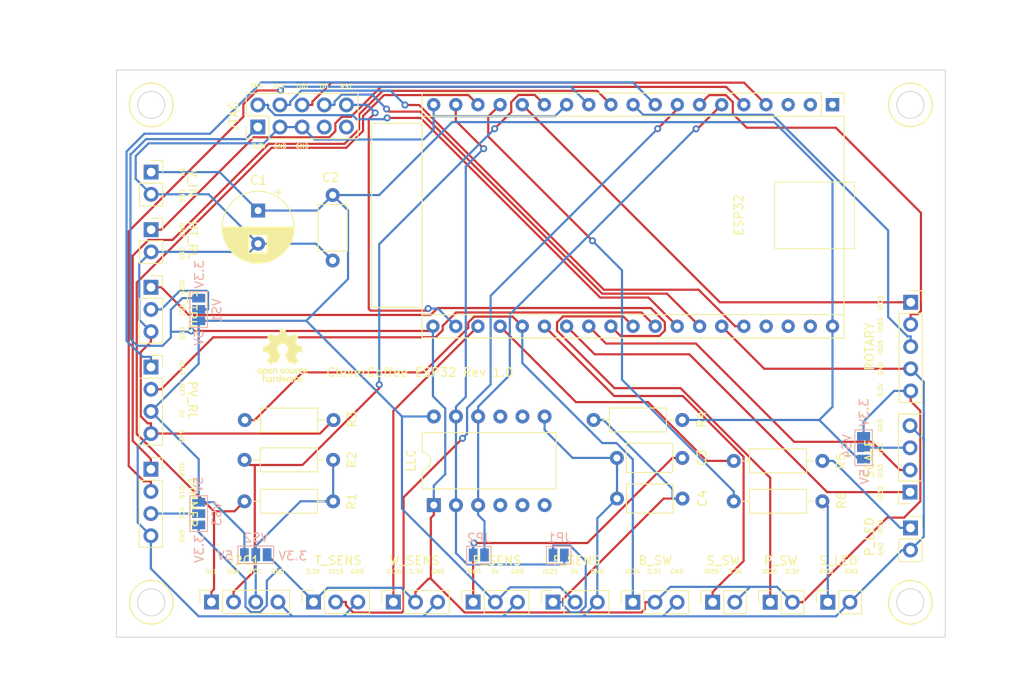
<source format=kicad_pcb>
(kicad_pcb (version 20211014) (generator pcbnew)
  (layers (0 "F.Cu" signal) (31 "B.Cu" signal) (34 "B.Paste" user) (35 "F.Paste" user) (36 "B.SilkS" user "B.Silkscreen") (37 "F.SilkS" user "F.Silkscreen") (38 "B.Mask" user) (39 "F.Mask" user) (44 "Edge.Cuts" user))
  (net 0 "")
  (net 1 "IO16")
  (net 2 "+3V3")
  (net 3 "GND")
  (net 7 "TDO")
  (net 8 "IO2")
  (net 9 "IO34")
  (net 10 "IO4")
  (net 11 "IO0")
  (net 12 "IO17")
  (net 13 "IO5")
  (net 14 "IO19")
  (net 15 "SDA")
  (net 16 "IO18")
  (net 17 "IO3")
  (net 18 "SCL")
  (net 19 "IO36")
  (net 20 "RST")
  (net 21 "IO1")
  (net 22 "IO39")
  (net 23 "IO35")
  (net 24 "IO25")
  (net 25 "IO26")
  (net 26 "IO27")
  (net 27 "TMS")
  (net 28 "TDI")
  (net 29 "TCK")
  (net 33 "+5V")
  (net 34 "Net-(I2C1-Pad3)")
  (net 37 "IO23")
  (net 38 "IO32")
  (net 39 "IO33")
  (net 40 "Net-(E_TRIG1-Pad2)")
  (net 41 "P_SENS")
  (net 42 "F_SENS")
  (net 48 "Net-(P_LED1-Pad1)")
  (net 49 "Net-(S_LED1-Pad1)")
  (net 50 "Net-(SCALE1-Pad3)")
  (net 51 "Net-(VS3-Pad2)")
  (footprint "Connector_PinSocket_2.54mm:PinSocket_1x02_P2.54mm_Vertical" (layer "F.Cu") (at 103.78 93.3)
    (fp_text reference "HT_RL")
    (fp_text value "Conn_01x02")
  )
  (footprint "Connector_PinSocket_2.54mm:PinSocket_1x02_P2.54mm_Vertical" (layer "F.Cu") (at 174.74 136 90)
    (fp_text reference "P_SW")
    (fp_text value "Conn_01x02")
  )
  (footprint "Connector_PinSocket_2.54mm:PinSocket_1x04_P2.54mm_Vertical" (layer "F.Cu") (at 103.76 109.05)
    (fp_text reference "PV_RL")
    (fp_text value "Conn_01x04")
  )
  (footprint "Capacitor_THT:C_Axial_L5.1mm_D3.1mm_P7.50mm_Horizontal" (layer "F.Cu") (at 124.59 89.33 -90)
    (fp_text reference "C2")
    (fp_text value "100 nF")
  )
  (footprint "Connector_PinSocket_2.54mm:PinSocket_1x03_P2.54mm_Vertical" (layer "F.Cu") (at 103.76 99.9)
    (fp_text reference "E_TRIG")
    (fp_text value "Conn_01x03")
  )
  (footprint "Connector_PinSocket_2.54mm:PinSocket_1x04_P2.54mm_Vertical" (layer "F.Cu") (at 190.77 123.38 180)
    (fp_text reference "SCALE")
    (fp_text value "Conn_01x04")
  )
  (footprint "Capacitor_THT:C_Axial_L5.1mm_D3.1mm_P7.50mm_Horizontal" (layer "F.Cu") (at 157.16 119.46)
    (fp_text reference "C3")
    (fp_text value "100 nF")
  )
  (footprint "Resistor_THT:R_Axial_DIN0207_L6.3mm_D2.5mm_P10.16mm_Horizontal" (layer "F.Cu") (at 114.48 124.43)
    (fp_text reference "R1")
    (fp_text value "4K7 Ω")
  )
  (footprint "Connector_PinSocket_2.54mm:PinSocket_1x03_P2.54mm_Vertical" (layer "F.Cu") (at 122.39 135.97 90)
    (fp_text reference "T_SENS")
    (fp_text value "Conn_01x03")
  )
  (footprint "Connector_PinSocket_2.54mm:PinSocket_1x05_P2.54mm_Vertical" (layer "F.Cu") (at 190.84 101.62)
    (fp_text reference "ROTARY")
    (fp_text value "Conn_01x05")
  )
  (footprint "Connector_PinSocket_2.54mm:PinSocket_1x03_P2.54mm_Vertical" (layer "F.Cu") (at 149.84 135.99 90)
    (fp_text reference "F_SENS")
    (fp_text value "Conn_01x03")
  )
  (footprint "Symbol:OSHW-Logo_5.7x6mm_SilkScreen" (layer "F.Cu") (at 118.86 107.76)
    (fp_text reference "REF**" hide)
    (fp_text value "OSHW-Logo_5.7x6mm_SilkScreen" hide)
  )
  (footprint "Resistor_THT:R_Axial_DIN0207_L6.3mm_D2.5mm_P10.16mm_Horizontal" (layer "F.Cu") (at 180.72 119.8 180)
    (fp_text reference "R5")
    (fp_text value "220 Ω")
  )
  (footprint "Resistor_THT:R_Axial_DIN0207_L6.3mm_D2.5mm_P10.16mm_Horizontal" (layer "F.Cu") (at 124.68 115.12 180)
    (fp_text reference "R3")
    (fp_text value "51K Ω")
  )
  (footprint "Connector_PinSocket_2.54mm:PinSocket_1x02_P2.54mm_Vertical" (layer "F.Cu") (at 168.14 136 90)
    (fp_text reference "S_SW")
    (fp_text value "Conn_01x02")
  )
  (footprint "Connector_PinSocket_2.54mm:PinSocket_1x03_P2.54mm_Vertical" (layer "F.Cu") (at 131.54 135.98 90)
    (fp_text reference "W_SENS")
    (fp_text value "Conn_01x03")
  )
  (footprint "Connector_PinSocket_2.54mm:PinSocket_1x02_P2.54mm_Vertical" (layer "F.Cu") (at 103.78 86.7)
    (fp_text reference "V_IN")
    (fp_text value "Conn_01x02")
  )
  (footprint "Connector_PinSocket_2.54mm:PinSocket_1x03_P2.54mm_Vertical" (layer "F.Cu") (at 158.99 136 90)
    (fp_text reference "B_SW")
    (fp_text value "Conn_01x03")
  )
  (footprint "Connector_PinSocket_2.54mm:PinSocket_1x02_P2.54mm_Vertical" (layer "F.Cu") (at 190.815 127.48)
    (fp_text reference "P_LED")
    (fp_text value "Conn_01x02")
  )
  (footprint "Connector_PinSocket_2.54mm:PinSocket_1x02_P2.54mm_Vertical" (layer "F.Cu") (at 181.34 136 90)
    (fp_text reference "S_LED")
    (fp_text value "Conn_01x02")
  )
  (footprint "Package_DIP:DIP-12_W10.16mm" (layer "F.Cu") (at 136.18 124.87 90)
    (fp_text reference "LLC")
    (fp_text value "TXB0104D_DIP")
  )
  (footprint "Module:NodeMCU DevKitC v4" (layer "F.Cu") (at 181.88 78.9675 -90)
    (fp_text reference "ESP32")
    (fp_text value "NodeMCU_DevKitC_v4")
  )
  (footprint "Connector_PinSocket_2.54mm:PinSocket_1x03_P2.54mm_Vertical" (layer "F.Cu") (at 140.69 135.985 90)
    (fp_text reference "P_SENS")
    (fp_text value "Conn_01x03")
  )
  (footprint "Resistor_THT:R_Axial_DIN0207_L6.3mm_D2.5mm_P10.16mm_Horizontal" (layer "F.Cu") (at 164.66 115.11 180)
    (fp_text reference "R4")
    (fp_text value "4K7 Ω")
  )
  (footprint "Connector_PinSocket_2.54mm:PinSocket_1x04_P2.54mm_Vertical" (layer "F.Cu") (at 103.75 120.76)
    (fp_text reference "DIMMER")
    (fp_text value "Conn_01x04")
  )
  (footprint "Capacitor_THT:CP_Radial_D8.0mm_P3.80mm" (layer "F.Cu") (at 116.04 91.1073 -90)
    (fp_text reference "C1")
    (fp_text value "220 μF")
  )
  (footprint "Connector_PinHeader_2.54mm:PinHeader_2x05_P2.54mm_Vertical" (layer "F.Cu") (at 116.005 81.535 90)
    (fp_text reference "JTAG")
    (fp_text value "Conn_ARM_JTAG_SWD_10")
  )
  (footprint "Capacitor_THT:C_Axial_L5.1mm_D3.1mm_P7.50mm_Horizontal" (layer "F.Cu") (at 157.18 124.12)
    (fp_text reference "C4")
    (fp_text value "100 nF")
  )
  (footprint "Resistor_THT:R_Axial_DIN0207_L6.3mm_D2.5mm_P10.16mm_Horizontal" (layer "F.Cu") (at 180.72 124.43 180)
    (fp_text reference "R6")
    (fp_text value "220 Ω")
  )
  (footprint "Connector_PinSocket_2.54mm:PinSocket_1x04_P2.54mm_Vertical" (layer "F.Cu") (at 110.69 135.97 90)
    (fp_text reference "I2C1")
    (fp_text value "Conn_01x04")
  )
  (footprint "Resistor_THT:R_Axial_DIN0207_L6.3mm_D2.5mm_P10.16mm_Horizontal" (layer "F.Cu") (at 114.48 119.68)
    (fp_text reference "R2")
    (fp_text value "4K7 Ω")
  )
  (footprint "Jumper:SolderJumper-3_P1.3mm_Open_Pad1.0x1.5mm_NumberLabels" (layer "B.Cu") (at 109.23 125.84 90)
    (fp_text reference "VS3")
    (fp_text value "Voltage Jumper")
  )
  (footprint "Jumper:SolderJumper-3_P1.3mm_Open_Pad1.0x1.5mm_NumberLabels" (layer "B.Cu") (at 115.77 130.56 180)
    (fp_text reference "VS2")
    (fp_text value "Voltage Jumper")
  )
  (footprint "Jumper:SolderJumper-3_P1.3mm_Open_Pad1.0x1.5mm_NumberLabels" (layer "B.Cu") (at 185.44 118.29 -90)
    (fp_text reference "VS4")
    (fp_text value "Voltage Jumper")
  )
  (footprint "Jumper:SolderJumper-3_P1.3mm_Open_Pad1.0x1.5mm_NumberLabels" (layer "B.Cu") (at 109.23 102.44 -90)
    (fp_text reference "VS1")
    (fp_text value "Voltage Jumper")
  )
  (footprint "Jumper:SolderJumper-2_P1.3mm_Open_Pad1.0x1.5mm" (layer "B.Cu") (at 150.49 130.6)
    (fp_text reference "JP1")
    (fp_text value "SolderJumper_2_Open")
  )
  (footprint "Jumper:SolderJumper-2_P1.3mm_Open_Pad1.0x1.5mm" (layer "B.Cu") (at 141.34 130.59)
    (fp_text reference "JP2")
    (fp_text value "SolderJumper_2_Open")
  )
  (gr_circle (center 190.8 136.01) (end 190.8 133.51) (layer "F.SilkS") (width 0.15) (fill none))
  (gr_circle (center 103.79 79) (end 103.79 76.5) (layer "F.SilkS") (width 0.15) (fill none))
  (gr_circle (center 103.8 136) (end 103.8 133.5) (layer "F.SilkS") (width 0.15) (fill none))
  (gr_circle (center 190.81 78.99) (end 190.81 76.49) (layer "F.SilkS") (width 0.15) (fill none))
  (gr_circle (center 103.79 79) (end 105.34 79) (layer "Edge.Cuts") (width 0.1) (fill none))
  (gr_circle (center 190.8 136) (end 192.35 136) (layer "Edge.Cuts") (width 0.1) (fill none))
  (gr_rect (start 99.8 74.99) (end 194.8 140) (layer "Edge.Cuts") (width 0.1) (fill none))
  (gr_circle (center 190.81 78.99) (end 192.36 78.99) (layer "Edge.Cuts") (width 0.1) (fill none))
  (gr_circle (center 103.79 136.01) (end 105.34 136.01) (layer "Edge.Cuts") (width 0.1) (fill none))
  (gr_text "IO00\n\n" (at 140.72 132.88) (layer "F.SilkS") (effects (font (size 0.5 0.5) (thickness 0.1))))
  (gr_text "RST" (at 126.13 76.88) (layer "F.SilkS") (effects (font (size 0.5 0.5) (thickness 0.1))))
  (gr_text "GND" (at 145.78 132.49) (layer "F.SilkS") (effects (font (size 0.5 0.5) (thickness 0.1))))
  (gr_text "GND" (at 107.3 105.17 270) (layer "F.SilkS") (effects (font (size 0.5 0.5) (thickness 0.1))))
  (gr_text "IO27" (at 107.3 111.53 270) (layer "F.SilkS") (effects (font (size 0.5 0.5) (thickness 0.1))))
  (gr_text "3.3V\n" (at 161.43 132.49) (layer "F.SilkS") (effects (font (size 0.5 0.5) (thickness 0.1))))
  (gr_text "5V" (at 143.19 132.48) (layer "F.SilkS") (effects (font (size 0.5 0.5) (thickness 0.1))))
  (gr_text "IO25" (at 107.3 99.9 270) (layer "F.SilkS") (effects (font (size 0.5 0.5) (thickness 0.1))))
  (gr_text "3.3V\n" (at 170.7 132.48) (layer "F.SilkS") (effects (font (size 0.5 0.5) (thickness 0.1))))
  (gr_text "VCC" (at 187.38 118.4 90) (layer "F.SilkS") (effects (font (size 0.5 0.5) (thickness 0.1))))
  (gr_text "GND" (at 187.37 115.74 90) (layer "F.SilkS") (effects (font (size 0.5 0.5) (thickness 0.1))))
  (gr_text "GND" (at 187.39 109.24 90) (layer "F.SilkS") (effects (font (size 0.5 0.5) (thickness 0.1))))
  (gr_text "IO01\n" (at 181.23 132.49) (layer "F.SilkS") (effects (font (size 0.5 0.5) (thickness 0.1))))
  (gr_text "3.3V\n" (at 122.31 132.48) (layer "F.SilkS") (effects (font (size 0.5 0.5) (thickness 0.1))))
  (gr_text "GND" (at 107.31 89.41 270) (layer "F.SilkS") (effects (font (size 0.5 0.5) (thickness 0.1))))
  (gr_text "IO18" (at 107.29 120.75 270) (layer "F.SilkS") (effects (font (size 0.5 0.5) (thickness 0.1))))
  (gr_text "CleverCoffee ESP32 Rev 1.0" (at 134.57 109.66) (layer "F.SilkS") (effects (font (size 1 1))))
  (gr_text "IO26\n" (at 174.66 132.49) (layer "F.SilkS") (effects (font (size 0.5 0.5) (thickness 0.1))))
  (gr_text "3.3V\n" (at 187.39 111.7 90) (layer "F.SilkS") (effects (font (size 0.5 0.5) (thickness 0.1))))
  (gr_text "IO05\n" (at 187.39 106.78 90) (layer "F.SilkS") (effects (font (size 0.5 0.5) (thickness 0.1))))
  (gr_text "IO03" (at 187.39 101.71 90) (layer "F.SilkS") (effects (font (size 0.5 0.5) (thickness 0.1))))
  (gr_text "GND" (at 187.39 129.92 90) (layer "F.SilkS") (effects (font (size 0.5 0.5) (thickness 0.1))))
  (gr_text "GND" (at 107.27 116.97 270) (layer "F.SilkS") (effects (font (size 0.5 0.5) (thickness 0.1))))
  (gr_text "3.3V\n" (at 134.12 132.49) (layer "F.SilkS") (effects (font (size 0.5 0.5) (thickness 0.1))))
  (gr_text "TCK" (at 118.48 76.86) (layer "F.SilkS") (effects (font (size 0.5 0.5) (thickness 0.1))))
  (gr_text "IO16\n" (at 125 132.49) (layer "F.SilkS") (effects (font (size 0.5 0.5) (thickness 0.1))))
  (gr_text "SCL\n" (at 110.69 132.49) (layer "F.SilkS") (effects (font (size 0.5 0.5) (thickness 0.1))))
  (gr_text "IO04" (at 187.39 104.18 90) (layer "F.SilkS") (effects (font (size 0.5 0.5) (thickness 0.1))))
  (gr_text "GND" (at 184.02 132.48) (layer "F.SilkS") (effects (font (size 0.5 0.5) (thickness 0.1))))
  (gr_text "GND" (at 118.27 132.48) (layer "F.SilkS") (effects (font (size 0.5 0.5) (thickness 0.1))))
  (gr_text "IO33" (at 187.39 121.01 90) (layer "F.SilkS") (effects (font (size 0.5 0.5) (thickness 0.1))))
  (gr_text "IO34\n" (at 158.98 132.49) (layer "F.SilkS") (effects (font (size 0.5 0.5) (thickness 0.1))))
  (gr_text "GND" (at 136.65 132.49) (layer "F.SilkS") (effects (font (size 0.5 0.5) (thickness 0.1))))
  (gr_text "VCC" (at 107.3 102.56 270) (layer "F.SilkS") (effects (font (size 0.5 0.5) (thickness 0.1))))
  (gr_text "VCC" (at 115.74 132.48) (layer "F.SilkS") (effects (font (size 0.5 0.5) (thickness 0.1))))
  (gr_text "GND" (at 164.07 132.49) (layer "F.SilkS") (effects (font (size 0.5 0.5) (thickness 0.1))))
  (gr_text "TDI" (at 123.57 76.86) (layer "F.SilkS") (effects (font (size 0.5 0.5) (thickness 0.1))))
  (gr_text "SDA" (at 113.16 132.49) (layer "F.SilkS") (effects (font (size 0.5 0.5) (thickness 0.1))))
  (gr_text "IO17" (at 107.29 109.12 270) (layer "F.SilkS") (effects (font (size 0.5 0.5) (thickness 0.1))))
  (gr_text "IO02" (at 107.3 93.31 270) (layer "F.SilkS") (effects (font (size 0.5 0.5) (thickness 0.1))))
  (gr_text "GND" (at 107.28 128.4 270) (layer "F.SilkS") (effects (font (size 0.5 0.5) (thickness 0.1))))
  (gr_text "IO35\n" (at 168.02 132.48) (layer "F.SilkS") (effects (font (size 0.5 0.5) (thickness 0.1))))
  (gr_text "IO32" (at 187.38 123.5 90) (layer "F.SilkS") (effects (font (size 0.5 0.5) (thickness 0.1))))
  (gr_text "GND" (at 154.93 132.49) (layer "F.SilkS") (effects (font (size 0.5 0.5) (thickness 0.1))))
  (gr_text "GND" (at 127.42 132.49) (layer "F.SilkS") (effects (font (size 0.5 0.5) (thickness 0.1))))
  (gr_text "GND" (at 107.29 96.03 270) (layer "F.SilkS") (effects (font (size 0.5 0.5) (thickness 0.1))))
  (gr_text "3.3V\n" (at 177.26 132.49) (layer "F.SilkS") (effects (font (size 0.5 0.5) (thickness 0.1))))
  (gr_text "IO19\n" (at 107.29 123.28 270) (layer "F.SilkS") (effects (font (size 0.5 0.5) (thickness 0.1))))
  (gr_text "5V" (at 152.31 132.48) (layer "F.SilkS") (effects (font (size 0.5 0.5) (thickness 0.1))))
  (gr_text "TDO" (at 121.06 76.86) (layer "F.SilkS") (effects (font (size 0.5 0.5) (thickness 0.1))))
  (gr_text "TMS" (at 115.9 76.83) (layer "F.SilkS") (effects (font (size 0.5 0.5) (thickness 0.1))))
  (gr_text "IO36\n\n" (at 131.6 132.89) (layer "F.SilkS") (effects (font (size 0.5 0.5) (thickness 0.1))))
  (gr_text "IO39\n" (at 187.39 127.42 90) (layer "F.SilkS") (effects (font (size 0.5 0.5) (thickness 0.1))))
  (gr_text "5V" (at 107.27 114.39 270) (layer "F.SilkS") (effects (font (size 0.5 0.5) (thickness 0.1))))
  (gr_text "GND" (at 121.11 83.72) (layer "F.SilkS") (effects (font (size 0.5 0.5) (thickness 0.1))))
  (gr_text "VCC" (at 107.28 125.8 270) (layer "F.SilkS") (effects (font (size 0.5 0.5) (thickness 0.1))))
  (gr_text "3.3V\n" (at 116.13 83.72) (layer "F.SilkS") (effects (font (size 0.5 0.5) (thickness 0.1))))
  (gr_text "GND" (at 118.57 83.72) (layer "F.SilkS") (effects (font (size 0.5 0.5) (thickness 0.1))))
  (gr_text "5V" (at 107.31 86.67 270) (layer "F.SilkS") (effects (font (size 0.5 0.5) (thickness 0.1))))
  (gr_text "IO23\n" (at 149.51 132.48) (layer "F.SilkS") (effects (font (size 0.5 0.5) (thickness 0.1))))
  (segment (start 132.7154 123.9747) (end 139.4762 117.2139) (width 0.25) (layer "F.Cu") (net 1))
  (segment (start 126.9585 137.1905) (end 132.4994 137.1905) (width 0.25) (layer "F.Cu") (net 1))
  (segment (start 132.4994 137.1905) (end 132.7154 136.9745) (width 0.25) (layer "F.Cu") (net 1))
  (segment (start 126.1053 135.97) (end 126.1053 136.3373) (width 0.25) (layer "F.Cu") (net 1))
  (segment (start 124.93 135.97) (end 126.1053 135.97) (width 0.25) (layer "F.Cu") (net 1))
  (segment (start 164.1 78.9675) (end 164.1 79.4645) (width 0.25) (layer "F.Cu") (net 1))
  (segment (start 164.1 79.4645) (end 161.8388 81.7257) (width 0.25) (layer "F.Cu") (net 1))
  (segment (start 126.1053 136.3373) (end 126.9585 137.1905) (width 0.25) (layer "F.Cu") (net 1))
  (segment (start 132.7154 136.9745) (end 132.7154 123.9747) (width 0.25) (layer "F.Cu") (net 1))
  (via (at 139.4762 117.2139) (size 0.8) (drill 0.4) (layers "F.Cu" "B.Cu") (net 1))
  (via (at 161.8388 81.7257) (size 0.8) (drill 0.4) (layers "F.Cu" "B.Cu") (net 1))
  (segment (start 139.99 113.7402) (end 139.99 116.7001) (width 0.25) (layer "B.Cu") (net 1))
  (segment (start 139.99 116.7001) (end 139.4762 117.2139) (width 0.25) (layer "B.Cu") (net 1))
  (segment (start 161.8388 81.7257) (end 142.6926 100.8719) (width 0.25) (layer "B.Cu") (net 1))
  (segment (start 142.6926 111.0376) (end 139.99 113.7402) (width 0.25) (layer "B.Cu") (net 1))
  (segment (start 142.6926 100.8719) (end 142.6926 111.0376) (width 0.25) (layer "B.Cu") (net 1))
  (segment (start 191.9485 124.4378) (end 191.9485 114.0638) (width 0.25) (layer "F.Cu") (net 2))
  (segment (start 135.8374 133.301) (end 135.5837 133.301) (width 0.25) (layer "F.Cu") (net 2))
  (segment (start 136.18 124.87) (end 136.18 125.9953) (width 0.25) (layer "F.Cu") (net 2))
  (segment (start 188.1507 126.3046) (end 190.0817 126.3046) (width 0.25) (layer "F.Cu") (net 2))
  (segment (start 135.8374 126.3379) (end 136.18 125.9953) (width 0.25) (layer "F.Cu") (net 2))
  (segment (start 139.7118 137.1754) (end 135.8374 133.301) (width 0.25) (layer "F.Cu") (net 2))
  (segment (start 160.3547 136) (end 160.3547 136.808) (width 0.25) (layer "F.Cu") (net 2))
  (segment (start 135.5837 133.301) (end 134.08 134.8047) (width 0.25) (layer "F.Cu") (net 2))
  (segment (start 159.9873 137.1754) (end 139.7118 137.1754) (width 0.25) (layer "F.Cu") (net 2))
  (segment (start 108.3692 104.9084) (end 135.5391 104.9084) (width 0.25) (layer "F.Cu") (net 2))
  (segment (start 135.5391 104.9084) (end 136.08 104.3675) (width 0.25) (layer "F.Cu") (net 2))
  (segment (start 135.8374 133.301) (end 135.8374 126.3379) (width 0.25) (layer "F.Cu") (net 2))
  (segment (start 190.84 111.78) (end 190.84 112.9553) (width 0.25) (layer "F.Cu") (net 2))
  (segment (start 134.08 135.98) (end 134.08 134.8047) (width 0.25) (layer "F.Cu") (net 2))
  (segment (start 161.53 136) (end 160.3547 136) (width 0.25) (layer "F.Cu") (net 2))
  (segment (start 190.0817 126.3046) (end 191.9485 124.4378) (width 0.25) (layer "F.Cu") (net 2))
  (segment (start 160.3547 136.808) (end 159.9873 137.1754) (width 0.25) (layer "F.Cu") (net 2))
  (segment (start 191.9485 114.0638) (end 190.84 112.9553) (width 0.25) (layer "F.Cu") (net 2))
  (segment (start 178.4553 136) (end 188.1507 126.3046) (width 0.25) (layer "F.Cu") (net 2))
  (segment (start 177.28 136) (end 178.4553 136) (width 0.25) (layer "F.Cu") (net 2))
  (via (at 108.3692 104.9084) (size 0.8) (drill 0.4) (layers "F.Cu" "B.Cu") (net 2))
  (segment (start 134.08 135.98) (end 132.45 134.35) (width 0.25) (layer "B.Cu") (net 2))
  (segment (start 118.5415 132.0315) (end 117.04 133.533) (width 0.25) (layer "B.Cu") (net 2))
  (segment (start 117.04 133.533) (end 117.04 136.3704) (width 0.25) (layer "B.Cu") (net 2))
  (segment (start 117.04 136.3704) (end 116.265 137.1454) (width 0.25) (layer "B.Cu") (net 2))
  (segment (start 137.49 113.8) (end 137.49 121.32) (width 0.25) (layer "B.Cu") (net 2))
  (segment (start 106.04 102.47) (end 107.37 101.14) (width 0.25) (layer "B.Cu") (net 2))
  (segment (start 136.18 122.63) (end 136.18 124.87) (width 0.25) (layer "B.Cu") (net 2))
  (segment (start 106.04 105.66) (end 106.04 105) (width 0.25) (layer "B.Cu") (net 2))
  (segment (start 136.08 104.368) (end 136.08 104.3675) (width 0.25) (layer "B.Cu") (net 2))
  (segment (start 170.68 136) (end 172.44 134.24) (width 0.25) (layer "B.Cu") (net 2))
  (segment (start 132.45 134.35) (end 124.01 134.35) (width 0.25) (layer "B.Cu") (net 2))
  (segment (start 116.005 81.535) (end 114.62 82.92) (width 0.25) (layer "B.Cu") (net 2))
  (segment (start 109.23 127.14) (end 109.23 127.9653) (width 0.25) (layer "B.Cu") (net 2))
  (segment (start 188.94 111.78) (end 190.84 111.78) (width 0.25) (layer "B.Cu") (net 2))
  (segment (start 103.18842 82.92) (end 101.40842 84.7) (width 0.25) (layer "B.Cu") (net 2))
  (segment (start 161.53 136) (end 163.29 134.24) (width 0.25) (layer "B.Cu") (net 2))
  (segment (start 137.49 121.32) (end 136.18 122.63) (width 0.25) (layer "B.Cu") (net 2))
  (segment (start 114.62 82.92) (end 103.18842 82.92) (width 0.25) (layer "B.Cu") (net 2))
  (segment (start 101.41 84.62) (end 101.41 105.83) (width 0.25) (layer "B.Cu") (net 2))
  (segment (start 175.52 134.24) (end 177.28 136) (width 0.25) (layer "B.Cu") (net 2))
  (segment (start 106.04 105) (end 108.2776 105) (width 0.25) (layer "B.Cu") (net 2))
  (segment (start 185.44 115.28) (end 188.94 111.78) (width 0.25) (layer "B.Cu") (net 2))
  (segment (start 185.44 116.99) (end 185.44 115.28) (width 0.25) (layer "B.Cu") (net 2))
  (segment (start 107.37 101.14) (end 109.23 101.14) (width 0.25) (layer "B.Cu") (net 2))
  (segment (start 122.39 135.97) (end 122.39 135.88) (width 0.25) (layer "B.Cu") (net 2))
  (segment (start 114.5946 133.3299) (end 109.23 127.9653) (width 0.25) (layer "B.Cu") (net 2))
  (segment (start 105.09 106.61) (end 106.04 105.66) (width 0.25) (layer "B.Cu") (net 2))
  (segment (start 115.2212 137.1454) (end 114.5946 136.5188) (width 0.25) (layer "B.Cu") (net 2))
  (segment (start 124.01 134.35) (end 122.39 135.97) (width 0.25) (layer "B.Cu") (net 2))
  (segment (start 108.2776 105) (end 108.3692 104.9084) (width 0.25) (layer "B.Cu") (net 2))
  (segment (start 136.08 104.368) (end 136.08 112.39) (width 0.25) (layer "B.Cu") (net 2))
  (segment (start 114.5946 136.5188) (end 114.5946 133.3299) (width 0.25) (layer "B.Cu") (net 2))
  (segment (start 172.44 134.24) (end 175.52 134.24) (width 0.25) (layer "B.Cu") (net 2))
  (segment (start 118.5415 132.0315) (end 117.07 130.56) (width 0.25) (layer "B.Cu") (net 2))
  (segment (start 101.41 105.83) (end 102.19 106.61) (width 0.25) (layer "B.Cu") (net 2))
  (segment (start 163.29 134.24) (end 172.44 134.24) (width 0.25) (layer "B.Cu") (net 2))
  (segment (start 106.04 105) (end 106.04 102.47) (width 0.25) (layer "B.Cu") (net 2))
  (segment (start 122.39 135.88) (end 118.5415 132.0315) (width 0.25) (layer "B.Cu") (net 2))
  (segment (start 102.19 106.61) (end 105.09 106.61) (width 0.25) (layer "B.Cu") (net 2))
  (segment (start 116.265 137.1454) (end 115.2212 137.1454) (width 0.25) (layer "B.Cu") (net 2))
  (segment (start 136.08 112.39) (end 137.49 113.8) (width 0.25) (layer "B.Cu") (net 2))
  (segment (start 190.84 109.24) (end 174.0525 109.24) (width 0.25) (layer "F.Cu") (net 3))
  (segment (start 124.68 115.12) (end 123.13 116.67) (width 0.25) (layer "F.Cu") (net 3))
  (segment (start 103.76 106.1553) (end 102.5847 107.3306) (width 0.25) (layer "F.Cu") (net 3))
  (segment (start 174.0525 109.24) (end 169.18 104.3675) (width 0.25) (layer "F.Cu") (net 3))
  (segment (start 103.76 104.98) (end 103.76 106.1553) (width 0.25) (layer "F.Cu") (net 3))
  (segment (start 102.5847 114.6868) (end 103.3926 115.4947) (width 0.25) (layer "F.Cu") (net 3))
  (segment (start 103.76 116.67) (end 103.76 115.4947) (width 0.25) (layer "F.Cu") (net 3))
  (segment (start 103.3926 115.4947) (end 103.76 115.4947) (width 0.25) (layer "F.Cu") (net 3))
  (segment (start 102.5847 107.3306) (end 102.5847 114.6868) (width 0.25) (layer "F.Cu") (net 3))
  (segment (start 103.76 116.67) (end 104.9353 116.67) (width 0.25) (layer "F.Cu") (net 3))
  (segment (start 123.13 116.67) (end 104.9353 116.67) (width 0.25) (layer "F.Cu") (net 3))
  (segment (start 136.16 80.2872) (end 136.16 78.9675) (width 0.25) (layer "B.Cu") (net 3))
  (segment (start 103.76 104.98) (end 102.42 103.64) (width 0.25) (layer "B.Cu") (net 3))
  (segment (start 102.01 84.87) (end 103.48 83.4) (width 0.25) (layer "B.Cu") (net 3))
  (segment (start 148.88 114.71) (end 148.88 116.25) (width 0.25) (layer "B.Cu") (net 3))
  (segment (start 121.085 81.535) (end 122.51 82.96) (width 0.25) (layer "B.Cu") (net 3))
  (segment (start 102.24 118.19) (end 102.24 126.87) (width 0.25) (layer "B.Cu") (net 3))
  (segment (start 154.92 135.99) (end 154.92 126.38) (width 0.25) (layer "B.Cu") (net 3))
  (segment (start 182.26 137.62) (end 183.88 136) (width 0.25) (layer "B.Cu") (net 3))
  (segment (start 103.78 89.24) (end 110.373 89.24) (width 0.25) (layer "B.Cu") (net 3))
  (segment (start 144.135 137.62) (end 153.29 137.62) (width 0.25) (layer "B.Cu") (net 3))
  (segment (start 153.29 137.62) (end 154.92 135.99) (width 0.25) (layer "B.Cu") (net 3))
  (segment (start 135.01 82.96) (end 136.16 81.81) (width 0.25) (layer "B.Cu") (net 3))
  (segment (start 102.01 87.47) (end 102.01 84.87) (width 0.25) (layer "B.Cu") (net 3))
  (segment (start 116.04 94.9073) (end 122.667 94.9073) (width 0.25) (layer "B.Cu") (net 3))
  (segment (start 136.16 80.2872) (end 150.0803 80.2872) (width 0.25) (layer "B.Cu") (net 3))
  (segment (start 122.51 82.96) (end 135.01 82.96) (width 0.25) (layer "B.Cu") (net 3))
  (segment (start 109.22 137.62) (end 119.96 137.62) (width 0.25) (layer "B.Cu") (net 3))
  (segment (start 102.42 97.2) (end 103.78 95.84) (width 0.25) (layer "B.Cu") (net 3))
  (segment (start 157.18 124.12) (end 157.18 119.48) (width 0.25) (layer "B.Cu") (net 3))
  (segment (start 183.88 136) (end 189.86 130.02) (width 0.25) (layer "B.Cu") (net 3))
  (segment (start 150.0803 80.2872) (end 151.4 78.9675) (width 0.25) (layer "B.Cu") (net 3))
  (segment (start 136.16 81.81) (end 136.16 80.2872) (width 0.25) (layer "B.Cu") (net 3))
  (segment (start 192.34 117.33) (end 192.34 117.51) (width 0.25) (layer "B.Cu") (net 3))
  (segment (start 162.45 137.62) (end 182.26 137.62) (width 0.25) (layer "B.Cu") (net 3))
  (segment (start 192.34 128.495) (end 192.34 117.51) (width 0.25) (layer "B.Cu") (net 3))
  (segment (start 190.815 130.02) (end 192.34 128.495) (width 0.25) (layer "B.Cu") (net 3))
  (segment (start 102.42 103.64) (end 102.42 97.2) (width 0.25) (layer "B.Cu") (net 3))
  (segment (start 118.545 81.535) (end 121.085 81.535) (width 0.25) (layer "B.Cu") (net 3))
  (segment (start 122.667 94.9073) (end 124.59 96.83) (width 0.25) (layer "B.Cu") (net 3))
  (segment (start 152.09 119.46) (end 157.16 119.46) (width 0.25) (layer "B.Cu") (net 3))
  (segment (start 102.24 126.87) (end 103.75 128.38) (width 0.25) (layer "B.Cu") (net 3))
  (segment (start 125.82 137.62) (end 134.98 137.62) (width 0.25) (layer "B.Cu") (net 3))
  (segment (start 157.18 119.48) (end 157.16 119.46) (width 0.25) (layer "B.Cu") (net 3))
  (segment (start 144.135 137.62) (end 145.77 135.985) (width 0.25) (layer "B.Cu") (net 3))
  (segment (start 103.78 95.84) (end 115.107 95.84) (width 0.25) (layer "B.Cu") (net 3))
  (segment (start 116.68 83.4) (end 118.545 81.535) (width 0.25) (layer "B.Cu") (net 3))
  (segment (start 190.84 109.24) (end 192.34 110.74) (width 0.25) (layer "B.Cu") (net 3))
  (segment (start 134.98 137.62) (end 136.62 135.98) (width 0.25) (layer "B.Cu") (net 3))
  (segment (start 103.48 83.4) (end 116.68 83.4) (width 0.25) (layer "B.Cu") (net 3))
  (segment (start 148.88 116.25) (end 152.09 119.46) (width 0.25) (layer "B.Cu") (net 3))
  (segment (start 119.96 137.62) (end 125.82 137.62) (width 0.25) (layer "B.Cu") (net 3))
  (segment (start 192.34 117.51) (end 192.34 117.33) (width 0.25) (layer "B.Cu") (net 3))
  (segment (start 118.31 135.97) (end 119.96 137.62) (width 0.25) (layer "B.Cu") (net 3))
  (segment (start 154.92 126.38) (end 157.18 124.12) (width 0.25) (layer "B.Cu") (net 3))
  (segment (start 115.107 95.84) (end 116.04 94.9073) (width 0.25) (layer "B.Cu") (net 3))
  (segment (start 125.82 137.62) (end 127.47 135.97) (width 0.25) (layer "B.Cu") (net 3))
  (segment (start 103.76 116.67) (end 102.24 118.19) (width 0.25) (layer "B.Cu") (net 3))
  (segment (start 153.29 137.62) (end 162.45 137.62) (width 0.25) (layer "B.Cu") (net 3))
  (segment (start 110.373 89.24) (end 116.04 94.9073) (width 0.25) (layer "B.Cu") (net 3))
  (segment (start 103.75 128.38) (end 103.75 132.15) (width 0.25) (layer "B.Cu") (net 3))
  (segment (start 189.86 130.02) (end 190.815 130.02) (width 0.25) (layer "B.Cu") (net 3))
  (segment (start 103.75 132.15) (end 109.22 137.62) (width 0.25) (layer "B.Cu") (net 3))
  (segment (start 162.45 137.62) (end 164.07 136) (width 0.25) (layer "B.Cu") (net 3))
  (segment (start 192.34 117.33) (end 190.77 115.76) (width 0.25) (layer "B.Cu") (net 3))
  (segment (start 192.34 110.74) (end 192.34 117.33) (width 0.25) (layer "B.Cu") (net 3))
  (segment (start 103.78 89.24) (end 102.01 87.47) (width 0.25) (layer "B.Cu") (net 3))
  (segment (start 134.98 137.62) (end 144.135 137.62) (width 0.25) (layer "B.Cu") (net 3))
  (segment (start 171.7399 76.4474) (end 174.26 78.9675) (width 0.25) (layer "F.Cu") (net 7))
  (segment (start 124.4406 76.4474) (end 171.7399 76.4474) (width 0.25) (layer "F.Cu") (net 7))
  (segment (start 122.2603 78.995) (end 122.2603 78.6277) (width 0.25) (layer "F.Cu") (net 7))
  (segment (start 121.085 78.995) (end 122.2603 78.995) (width 0.25) (layer "F.Cu") (net 7))
  (segment (start 122.2603 78.6277) (end 124.4406 76.4474) (width 0.25) (layer "F.Cu") (net 7))
  (segment (start 171.72 78.9675) (end 169.6858 76.9333) (width 0.25) (layer "F.Cu") (net 8))
  (segment (start 169.6858 76.9333) (end 130.1149 76.9333) (width 0.25) (layer "F.Cu") (net 8))
  (segment (start 103.78 93.3) (end 104.9553 93.3) (width 0.25) (layer "F.Cu") (net 8))
  (segment (start 115.5449 82.7104) (end 104.9553 93.3) (width 0.25) (layer "F.Cu") (net 8))
  (segment (start 124.895 82.0077) (end 124.1923 82.7104) (width 0.25) (layer "F.Cu") (net 8))
  (segment (start 126.6886 80.3596) (end 125.6394 80.3596) (width 0.25) (layer "F.Cu") (net 8))
  (segment (start 124.1923 82.7104) (end 115.5449 82.7104) (width 0.25) (layer "F.Cu") (net 8))
  (segment (start 125.6394 80.3596) (end 124.895 81.104) (width 0.25) (layer "F.Cu") (net 8))
  (segment (start 124.895 81.104) (end 124.895 82.0077) (width 0.25) (layer "F.Cu") (net 8))
  (segment (start 130.1149 76.9333) (end 126.6886 80.3596) (width 0.25) (layer "F.Cu") (net 8))
  (segment (start 140.1294 103.9403) (end 140.1294 104.5394) (width 0.25) (layer "F.Cu") (net 9))
  (segment (start 145.2202 103.2677) (end 140.802 103.2677) (width 0.25) (layer "F.Cu") (net 9))
  (segment (start 114.52 115.12) (end 115.6453 115.12) (width 0.25) (layer "F.Cu") (net 9))
  (segment (start 146.32 104.3675) (end 145.2202 103.2677) (width 0.25) (layer "F.Cu") (net 9))
  (segment (start 121.1084 109.6569) (end 115.6453 115.12) (width 0.25) (layer "F.Cu") (net 9))
  (segment (start 140.802 103.2677) (end 140.1294 103.9403) (width 0.25) (layer "F.Cu") (net 9))
  (segment (start 140.1294 104.5394) (end 135.0119 109.6569) (width 0.25) (layer "F.Cu") (net 9))
  (segment (start 135.0119 109.6569) (end 121.1084 109.6569) (width 0.25) (layer "F.Cu") (net 9))
  (segment (start 158.99 136) (end 158.99 134.8247) (width 0.25) (layer "B.Cu") (net 9))
  (segment (start 155.4919 117.7572) (end 157.1124 117.7572) (width 0.25) (layer "B.Cu") (net 9))
  (segment (start 158.99 119.6348) (end 158.99 134.8247) (width 0.25) (layer "B.Cu") (net 9))
  (segment (start 146.32 108.5853) (end 155.4919 117.7572) (width 0.25) (layer "B.Cu") (net 9))
  (segment (start 146.32 104.3675) (end 146.32 108.5853) (width 0.25) (layer "B.Cu") (net 9))
  (segment (start 157.1124 117.7572) (end 158.99 119.6348) (width 0.25) (layer "B.Cu") (net 9))
  (segment (start 170.45 80.02) (end 172.04 81.61) (width 0.25) (layer "F.Cu") (net 10))
  (segment (start 166.64 78.9675) (end 167.7352 77.8723) (width 0.25) (layer "F.Cu") (net 10))
  (segment (start 192.0153 91.3653) (end 192.0153 102.6175) (width 0.25) (layer "F.Cu") (net 10))
  (segment (start 182.26 81.61) (end 192.0153 91.3653) (width 0.25) (layer "F.Cu") (net 10))
  (segment (start 167.7352 77.8723) (end 169.6548 77.8723) (width 0.25) (layer "F.Cu") (net 10))
  (segment (start 169.6548 77.8723) (end 170.45 78.6675) (width 0.25) (layer "F.Cu") (net 10))
  (segment (start 190.84 102.9847) (end 190.84 104.16) (width 0.25) (layer "F.Cu") (net 10))
  (segment (start 192.0153 102.6175) (end 191.6481 102.9847) (width 0.25) (layer "F.Cu") (net 10))
  (segment (start 170.45 78.6675) (end 170.45 80.02) (width 0.25) (layer "F.Cu") (net 10))
  (segment (start 191.6481 102.9847) (end 190.84 102.9847) (width 0.25) (layer "F.Cu") (net 10))
  (segment (start 172.04 81.61) (end 182.26 81.61) (width 0.25) (layer "F.Cu") (net 10))
  (segment (start 166.4123 81.7352) (end 166.2487 81.7352) (width 0.25) (layer "F.Cu") (net 11))
  (segment (start 169.18 78.9675) (end 166.4123 81.7352) (width 0.25) (layer "F.Cu") (net 11))
  (via (at 166.2487 81.7352) (size 0.8) (drill 0.4) (layers "F.Cu" "B.Cu") (net 11))
  (segment (start 141.99 130.59) (end 141.99 126.7253) (width 0.25) (layer "B.Cu") (net 11))
  (segment (start 141.26 124.87) (end 141.26 125.9953) (width 0.25) (layer "B.Cu") (net 11))
  (segment (start 141.26 124.87) (end 141.26 114.71) (width 0.25) (layer "B.Cu") (net 11))
  (segment (start 166.2487 81.7352) (end 166.17 81.7352) (width 0.25) (layer "B.Cu") (net 11))
  (segment (start 166.17 81.7352) (end 144.8907 103.0145) (width 0.25) (layer "B.Cu") (net 11))
  (segment (start 144.8907 109.954) (end 141.26 113.5847) (width 0.25) (layer "B.Cu") (net 11))
  (segment (start 144.8907 103.0145) (end 144.8907 109.954) (width 0.25) (layer "B.Cu") (net 11))
  (segment (start 141.99 126.7253) (end 141.26 125.9953) (width 0.25) (layer "B.Cu") (net 11))
  (segment (start 141.26 114.71) (end 141.26 113.5847) (width 0.25) (layer "B.Cu") (net 11))
  (segment (start 103.76 107.8747) (end 102.8051 107.8747) (width 0.25) (layer "B.Cu") (net 12))
  (segment (start 103.0023 82.3) (end 110.54 82.3) (width 0.25) (layer "B.Cu") (net 12))
  (segment (start 100.9589 84.3434) (end 103.0023 82.3) (width 0.25) (layer "B.Cu") (net 12))
  (segment (start 103.76 109.05) (end 103.76 107.8747) (width 0.25) (layer "B.Cu") (net 12))
  (segment (start 116.4268 76.4132) (end 159.0057 76.4132) (width 0.25) (layer "B.Cu") (net 12))
  (segment (start 100.9589 106.0285) (end 100.9589 84.3434) (width 0.25) (layer "B.Cu") (net 12))
  (segment (start 102.8051 107.8747) (end 100.9589 106.0285) (width 0.25) (layer "B.Cu") (net 12))
  (segment (start 159.0057 76.4132) (end 161.56 78.9675) (width 0.25) (layer "B.Cu") (net 12))
  (segment (start 110.54 82.3) (end 116.4268 76.4132) (width 0.25) (layer "B.Cu") (net 12))
  (segment (start 188.2568 103.3089) (end 190.4726 105.5247) (width 0.25) (layer "B.Cu") (net 13))
  (segment (start 188.2568 93.3821) (end 188.2568 103.3089) (width 0.25) (layer "B.Cu") (net 13))
  (segment (start 190.4726 105.5247) (end 190.84 105.5247) (width 0.25) (layer "B.Cu") (net 13))
  (segment (start 175.0026 80.1279) (end 188.2568 93.3821) (width 0.25) (layer "B.Cu") (net 13))
  (segment (start 159.02 78.9675) (end 160.1804 80.1279) (width 0.25) (layer "B.Cu") (net 13))
  (segment (start 190.84 106.7) (end 190.84 105.5247) (width 0.25) (layer "B.Cu") (net 13))
  (segment (start 160.1804 80.1279) (end 175.0026 80.1279) (width 0.25) (layer "B.Cu") (net 13))
  (segment (start 114.3456 80.3522) (end 101.2088 93.489) (width 0.25) (layer "F.Cu") (net 14))
  (segment (start 114.3456 78.9276) (end 114.3456 80.3522) (width 0.25) (layer "F.Cu") (net 14))
  (segment (start 101.2088 120.3915) (end 102.942 122.1247) (width 0.25) (layer "F.Cu") (net 14))
  (segment (start 102.942 122.1247) (end 103.75 122.1247) (width 0.25) (layer "F.Cu") (net 14))
  (segment (start 118.6143 77.3421) (end 115.9311 77.3421) (width 0.25) (layer "F.Cu") (net 14))
  (segment (start 101.2088 93.489) (end 101.2088 120.3915) (width 0.25) (layer "F.Cu") (net 14))
  (segment (start 115.9311 77.3421) (end 114.3456 78.9276) (width 0.25) (layer "F.Cu") (net 14))
  (segment (start 103.75 123.3) (end 103.75 122.1247) (width 0.25) (layer "F.Cu") (net 14))
  (via (at 118.6143 77.3421) (size 0.8) (drill 0.4) (layers "F.Cu" "B.Cu") (net 14))
  (segment (start 151.8869 76.9144) (end 153.94 78.9675) (width 0.25) (layer "B.Cu") (net 14))
  (segment (start 118.6143 77.3421) (end 119.042 76.9144) (width 0.25) (layer "B.Cu") (net 14))
  (segment (start 119.042 76.9144) (end 151.8869 76.9144) (width 0.25) (layer "B.Cu") (net 14))
  (segment (start 145.8742 77.8568) (end 147.7493 77.8568) (width 0.25) (layer "F.Cu") (net 15))
  (segment (start 145.05 79.8239) (end 145.05 78.681) (width 0.25) (layer "F.Cu") (net 15))
  (segment (start 115.6616 120.2708) (end 115.6616 132.3631) (width 0.25) (layer "F.Cu") (net 15))
  (segment (start 115.0708 120.2708) (end 115.6616 120.2708) (width 0.25) (layer "F.Cu") (net 15))
  (segment (start 114.48 119.68) (end 115.0708 120.2708) (width 0.25) (layer "F.Cu") (net 15))
  (segment (start 115.6616 120.2708) (end 121.1223 120.2708) (width 0.25) (layer "F.Cu") (net 15))
  (segment (start 115.6616 132.3631) (end 113.23 134.7947) (width 0.25) (layer "F.Cu") (net 15))
  (segment (start 145.05 78.681) (end 145.8742 77.8568) (width 0.25) (layer "F.Cu") (net 15))
  (segment (start 121.1223 120.2708) (end 129.9226 111.4705) (width 0.25) (layer "F.Cu") (net 15))
  (segment (start 129.9226 111.4705) (end 129.9226 111.0668) (width 0.25) (layer "F.Cu") (net 15))
  (segment (start 113.23 135.97) (end 113.23 134.7947) (width 0.25) (layer "F.Cu") (net 15))
  (segment (start 143.1497 81.7242) (end 145.05 79.8239) (width 0.25) (layer "F.Cu") (net 15))
  (segment (start 147.7493 77.8568) (end 148.86 78.9675) (width 0.25) (layer "F.Cu") (net 15))
  (via (at 143.1497 81.7242) (size 0.8) (drill 0.4) (layers "F.Cu" "B.Cu") (net 15))
  (via (at 129.9226 111.0668) (size 0.8) (drill 0.4) (layers "F.Cu" "B.Cu") (net 15))
  (segment (start 129.9226 94.9513) (end 143.1497 81.7242) (width 0.25) (layer "B.Cu") (net 15))
  (segment (start 129.9226 111.0668) (end 129.9226 94.9513) (width 0.25) (layer "B.Cu") (net 15))
  (segment (start 106.2289 94.4754) (end 117.2438 83.4605) (width 0.25) (layer "F.Cu") (net 16))
  (segment (start 117.2438 83.4605) (end 125.9386 83.4605) (width 0.25) (layer "F.Cu") (net 16))
  (segment (start 125.9386 83.4605) (end 127.6146 81.7845) (width 0.25) (layer "F.Cu") (net 16))
  (segment (start 103.4769 94.4754) (end 106.2289 94.4754) (width 0.25) (layer "F.Cu") (net 16))
  (segment (start 101.6664 96.2859) (end 103.4769 94.4754) (width 0.25) (layer "F.Cu") (net 16))
  (segment (start 154.8962 77.3837) (end 156.48 78.9675) (width 0.25) (layer "F.Cu") (net 16))
  (segment (start 130.3214 77.3837) (end 154.8962 77.3837) (width 0.25) (layer "F.Cu") (net 16))
  (segment (start 101.6664 117.5011) (end 101.6664 96.2859) (width 0.25) (layer "F.Cu") (net 16))
  (segment (start 127.6146 80.0905) (end 130.3214 77.3837) (width 0.25) (layer "F.Cu") (net 16))
  (segment (start 127.6146 81.7845) (end 127.6146 80.0905) (width 0.25) (layer "F.Cu") (net 16))
  (segment (start 103.75 120.76) (end 103.75 119.5847) (width 0.25) (layer "F.Cu") (net 16))
  (segment (start 103.75 119.5847) (end 101.6664 117.5011) (width 0.25) (layer "F.Cu") (net 16))
  (segment (start 190.84 101.62) (end 189.6647 101.62) (width 0.25) (layer "F.Cu") (net 17))
  (segment (start 146.32 78.9675) (end 168.9725 101.62) (width 0.25) (layer "F.Cu") (net 17))
  (segment (start 168.9725 101.62) (end 189.6647 101.62) (width 0.25) (layer "F.Cu") (net 17))
  (segment (start 128.0649 81.984) (end 128.0649 80.2771) (width 0.25) (layer "F.Cu") (net 18))
  (segment (start 113.333 125.577) (end 110.9872 125.577) (width 0.25) (layer "F.Cu") (net 18))
  (segment (start 102.1312 99.3648) (end 117.5852 83.9108) (width 0.25) (layer "F.Cu") (net 18))
  (segment (start 126.1381 83.9108) (end 128.0649 81.984) (width 0.25) (layer "F.Cu") (net 18))
  (segment (start 110.9872 134.4975) (end 110.9872 125.577) (width 0.25) (layer "F.Cu") (net 18))
  (segment (start 110.9872 125.577) (end 102.1312 116.721) (width 0.25) (layer "F.Cu") (net 18))
  (segment (start 102.1312 116.721) (end 102.1312 99.3648) (width 0.25) (layer "F.Cu") (net 18))
  (segment (start 110.69 135.97) (end 110.69 134.7947) (width 0.25) (layer "F.Cu") (net 18))
  (segment (start 114.48 124.43) (end 113.333 125.577) (width 0.25) (layer "F.Cu") (net 18))
  (segment (start 130.4713 77.8707) (end 140.1432 77.8707) (width 0.25) (layer "F.Cu") (net 18))
  (segment (start 140.1432 77.8707) (end 141.24 78.9675) (width 0.25) (layer "F.Cu") (net 18))
  (segment (start 117.5852 83.9108) (end 126.1381 83.9108) (width 0.25) (layer "F.Cu") (net 18))
  (segment (start 110.69 134.7947) (end 110.9872 134.4975) (width 0.25) (layer "F.Cu") (net 18))
  (segment (start 128.0649 80.2771) (end 130.4713 77.8707) (width 0.25) (layer "F.Cu") (net 18))
  (segment (start 141.24 104.3675) (end 131.54 114.0675) (width 0.25) (layer "F.Cu") (net 19))
  (segment (start 131.54 114.0675) (end 131.54 135.98) (width 0.25) (layer "F.Cu") (net 19))
  (segment (start 135.2944 102.576) (end 128.9347 102.576) (width 0.25) (layer "F.Cu") (net 20))
  (segment (start 128.725 102.3663) (end 128.725 80.6427) (width 0.25) (layer "F.Cu") (net 20))
  (segment (start 128.725 80.6427) (end 129.4581 79.9096) (width 0.25) (layer "F.Cu") (net 20))
  (segment (start 135.5302 102.3402) (end 135.2944 102.576) (width 0.25) (layer "F.Cu") (net 20))
  (segment (start 128.9347 102.576) (end 128.725 102.3663) (width 0.25) (layer "F.Cu") (net 20))
  (via (at 129.4581 79.9096) (size 0.8) (drill 0.4) (layers "F.Cu" "B.Cu") (net 20))
  (via (at 135.5302 102.3402) (size 0.8) (drill 0.4) (layers "F.Cu" "B.Cu") (net 20))
  (segment (start 138.7 104.3675) (end 136.6727 102.3402) (width 0.25) (layer "B.Cu") (net 20))
  (segment (start 128.5435 78.995) (end 129.4581 79.9096) (width 0.25) (layer "B.Cu") (net 20))
  (segment (start 136.6727 102.3402) (end 135.5302 102.3402) (width 0.25) (layer "B.Cu") (net 20))
  (segment (start 126.165 78.995) (end 128.5435 78.995) (width 0.25) (layer "B.Cu") (net 20))
  (segment (start 154.3641 94.5668) (end 142.4182 82.6209) (width 0.25) (layer "F.Cu") (net 21))
  (segment (start 142.4182 80.3293) (end 143.78 78.9675) (width 0.25) (layer "F.Cu") (net 21))
  (segment (start 142.4182 82.6209) (end 142.4182 80.3293) (width 0.25) (layer "F.Cu") (net 21))
  (via (at 154.3641 94.5668) (size 0.8) (drill 0.4) (layers "F.Cu" "B.Cu") (net 21))
  (segment (start 157.75 110.4947) (end 157.75 97.9527) (width 0.25) (layer "B.Cu") (net 21))
  (segment (start 157.75 97.9527) (end 154.3641 94.5668) (width 0.25) (layer "B.Cu") (net 21))
  (segment (start 170.56 124.43) (end 170.56 123.3047) (width 0.25) (layer "B.Cu") (net 21))
  (segment (start 170.56 123.3047) (end 157.75 110.4947) (width 0.25) (layer "B.Cu") (net 21))
  (segment (start 152.4732 113.0607) (end 160.7301 113.0607) (width 0.25) (layer "F.Cu") (net 22))
  (segment (start 160.7301 113.0607) (end 167.4694 119.8) (width 0.25) (layer "F.Cu") (net 22))
  (segment (start 143.78 104.3675) (end 152.4732 113.0607) (width 0.25) (layer "F.Cu") (net 22))
  (segment (start 167.4694 119.8) (end 170.56 119.8) (width 0.25) (layer "F.Cu") (net 22))
  (segment (start 156.8542 112.3617) (end 164.717 112.3617) (width 0.25) (layer "F.Cu") (net 23))
  (segment (start 171.689 119.3337) (end 171.689 131.2757) (width 0.25) (layer "F.Cu") (net 23))
  (segment (start 168.14 136) (end 168.14 134.8247) (width 0.25) (layer "F.Cu") (net 23))
  (segment (start 164.717 112.3617) (end 171.689 119.3337) (width 0.25) (layer "F.Cu") (net 23))
  (segment (start 171.689 131.2757) (end 168.14 134.8247) (width 0.25) (layer "F.Cu") (net 23))
  (segment (start 148.86 104.3675) (end 156.8542 112.3617) (width 0.25) (layer "F.Cu") (net 23))
  (segment (start 135.8216 103.0746) (end 136.6177 102.2785) (width 0.25) (layer "F.Cu") (net 24))
  (segment (start 103.76 99.9) (end 104.9353 99.9) (width 0.25) (layer "F.Cu") (net 24))
  (segment (start 162.0317 105.4805) (end 157.593 105.4805) (width 0.25) (layer "F.Cu") (net 24))
  (segment (start 108.1099 103.0746) (end 135.8216 103.0746) (width 0.25) (layer "F.Cu") (net 24))
  (segment (start 157.593 105.4805) (end 156.48 104.3675) (width 0.25) (layer "F.Cu") (net 24))
  (segment (start 136.6177 102.2785) (end 161.0512 102.2785) (width 0.25) (layer "F.Cu") (net 24))
  (segment (start 162.6656 103.8929) (end 162.6656 104.8466) (width 0.25) (layer "F.Cu") (net 24))
  (segment (start 104.9353 99.9) (end 108.1099 103.0746) (width 0.25) (layer "F.Cu") (net 24))
  (segment (start 161.0512 102.2785) (end 162.6656 103.8929) (width 0.25) (layer "F.Cu") (net 24))
  (segment (start 162.6656 104.8466) (end 162.0317 105.4805) (width 0.25) (layer "F.Cu") (net 24))
  (segment (start 157.8901 103.2376) (end 159.02 104.3675) (width 0.25) (layer "F.Cu") (net 25))
  (segment (start 174.74 121.7478) (end 164.4532 111.461) (width 0.25) (layer "F.Cu") (net 25))
  (segment (start 174.74 136) (end 174.74 121.7478) (width 0.25) (layer "F.Cu") (net 25))
  (segment (start 150.3052 103.9213) (end 150.9889 103.2376) (width 0.25) (layer "F.Cu") (net 25))
  (segment (start 164.4532 111.461) (end 156.8838 111.461) (width 0.25) (layer "F.Cu") (net 25))
  (segment (start 156.8838 111.461) (end 150.3052 104.8824) (width 0.25) (layer "F.Cu") (net 25))
  (segment (start 150.3052 104.8824) (end 150.3052 103.9213) (width 0.25) (layer "F.Cu") (net 25))
  (segment (start 150.9889 103.2376) (end 157.8901 103.2376) (width 0.25) (layer "F.Cu") (net 25))
  (segment (start 110.8915 105.6338) (end 104.9353 111.59) (width 0.25) (layer "F.Cu") (net 26))
  (segment (start 103.76 111.59) (end 104.9353 111.59) (width 0.25) (layer "F.Cu") (net 26))
  (segment (start 161.56 104.3675) (end 159.9796 102.7871) (width 0.25) (layer "F.Cu") (net 26))
  (segment (start 159.9796 102.7871) (end 138.7328 102.7871) (width 0.25) (layer "F.Cu") (net 26))
  (segment (start 137.1966 104.3233) (end 137.1966 104.8184) (width 0.25) (layer "F.Cu") (net 26))
  (segment (start 137.1966 104.8184) (end 136.3812 105.6338) (width 0.25) (layer "F.Cu") (net 26))
  (segment (start 136.3812 105.6338) (end 110.8915 105.6338) (width 0.25) (layer "F.Cu") (net 26))
  (segment (start 138.7328 102.7871) (end 137.1966 104.3233) (width 0.25) (layer "F.Cu") (net 26))
  (segment (start 160.7932 101.0807) (end 164.08 104.3675) (width 0.25) (layer "F.Cu") (net 27))
  (segment (start 155.2541 101.0807) (end 160.7932 101.0807) (width 0.25) (layer "F.Cu") (net 27))
  (segment (start 134.6635 80.4901) (end 155.2541 101.0807) (width 0.25) (layer "F.Cu") (net 27))
  (segment (start 130.836 80.4901) (end 134.6635 80.4901) (width 0.25) (layer "F.Cu") (net 27))
  (via (at 130.836 80.4901) (size 0.8) (drill 0.4) (layers "F.Cu" "B.Cu") (net 27))
  (segment (start 117.1803 78.995) (end 117.1803 79.3624) (width 0.25) (layer "B.Cu") (net 27))
  (segment (start 130.6911 80.635) (end 130.836 80.4901) (width 0.25) (layer "B.Cu") (net 27))
  (segment (start 127.3404 80.635) (end 130.6911 80.635) (width 0.25) (layer "B.Cu") (net 27))
  (segment (start 117.9882 80.1703) (end 126.8757 80.1703) (width 0.25) (layer "B.Cu") (net 27))
  (segment (start 116.005 78.995) (end 117.1803 78.995) (width 0.25) (layer "B.Cu") (net 27))
  (segment (start 126.8757 80.1703) (end 127.3404 80.635) (width 0.25) (layer "B.Cu") (net 27))
  (segment (start 117.1803 79.3624) (end 117.9882 80.1703) (width 0.25) (layer "B.Cu") (net 27))
  (segment (start 166.64 104.3675) (end 162.9028 100.6303) (width 0.25) (layer "F.Cu") (net 28))
  (segment (start 134.6201 79.7648) (end 131.0673 79.7648) (width 0.25) (layer "F.Cu") (net 28))
  (segment (start 162.9028 100.6303) (end 155.4856 100.6303) (width 0.25) (layer "F.Cu") (net 28))
  (segment (start 131.0673 79.7648) (end 130.7645 79.462) (width 0.25) (layer "F.Cu") (net 28))
  (segment (start 155.4856 100.6303) (end 134.6201 79.7648) (width 0.25) (layer "F.Cu") (net 28))
  (via (at 130.7645 79.462) (size 0.8) (drill 0.4) (layers "F.Cu" "B.Cu") (net 28))
  (segment (start 123.625 78.995) (end 124.8003 78.995) (width 0.25) (layer "B.Cu") (net 28))
  (segment (start 124.8003 78.6277) (end 125.6128 77.8152) (width 0.25) (layer "B.Cu") (net 28))
  (segment (start 125.6128 77.8152) (end 129.1177 77.8152) (width 0.25) (layer "B.Cu") (net 28))
  (segment (start 124.8003 78.995) (end 124.8003 78.6277) (width 0.25) (layer "B.Cu") (net 28))
  (segment (start 129.1177 77.8152) (end 130.7645 79.462) (width 0.25) (layer "B.Cu") (net 28))
  (segment (start 134.5019 79.0097) (end 155.67298 100.18078) (width 0.25) (layer "F.Cu") (net 29))
  (segment (start 166.52922 100.18078) (end 166.5302 100.1798) (width 0.25) (layer "F.Cu") (net 29))
  (segment (start 166.5302 100.1798) (end 170.7179 104.3675) (width 0.25) (layer "F.Cu") (net 29))
  (segment (start 170.7179 104.3675) (end 171.72 104.3675) (width 0.25) (layer "F.Cu") (net 29))
  (segment (start 132.8798 79.0097) (end 134.5019 79.0097) (width 0.25) (layer "F.Cu") (net 29))
  (segment (start 155.67298 100.18078) (end 166.52922 100.18078) (width 0.25) (layer "F.Cu") (net 29))
  (via (at 132.8798 79.0097) (size 0.8) (drill 0.4) (layers "F.Cu" "B.Cu") (net 29))
  (segment (start 119.7203 78.995) (end 119.7203 78.6277) (width 0.25) (layer "B.Cu") (net 29))
  (segment (start 120.9832 77.3648) (end 131.2349 77.3648) (width 0.25) (layer "B.Cu") (net 29))
  (segment (start 119.7203 78.6277) (end 120.9832 77.3648) (width 0.25) (layer "B.Cu") (net 29))
  (segment (start 131.2349 77.3648) (end 132.8798 79.0097) (width 0.25) (layer "B.Cu") (net 29))
  (segment (start 118.545 78.995) (end 119.7203 78.995) (width 0.25) (layer "B.Cu") (net 29))
  (segment (start 175.2 80.97) (end 138.28 80.97) (width 0.25) (layer "B.Cu") (net 33))
  (segment (start 181.88 87.65) (end 175.2 80.97) (width 0.25) (layer "B.Cu") (net 33))
  (segment (start 184.841 119.59) (end 180.361 115.11) (width 0.25) (layer "B.Cu") (net 33))
  (segment (start 138.28 80.97) (end 129.92 89.33) (width 0.25) (layer "B.Cu") (net 33))
  (segment (start 180.361 115.11) (end 164.66 115.11) (width 0.25) (layer "B.Cu") (net 33))
  (segment (start 124.59 89.33) (end 126.35 91.09) (width 0.25) (layer "B.Cu") (net 33))
  (segment (start 180.361 115.11) (end 181.88 113.591) (width 0.25) (layer "B.Cu") (net 33))
  (segment (start 144.925 134.29) (end 150.68 134.29) (width 0.25) (layer "B.Cu") (net 33))
  (segment (start 132.53 125.285) (end 143.23 135.985) (width 0.25) (layer "B.Cu") (net 33))
  (segment (start 110.92 124.54) (end 114.47 128.09) (width 0.25) (layer "B.Cu") (net 33))
  (segment (start 185.44 119.59) (end 184.841 119.59) (width 0.25) (layer "B.Cu") (net 33))
  (segment (start 103.76 114.13) (end 109.23 119.6) (width 0.25) (layer "B.Cu") (net 33))
  (segment (start 109.23 119.6) (end 109.23 124.54) (width 0.25) (layer "B.Cu") (net 33))
  (segment (start 181.88 104.3675) (end 181.88 87.65) (width 0.25) (layer "B.Cu") (net 33))
  (segment (start 121.56 103.74) (end 109.23 103.74) (width 0.25) (layer "B.Cu") (net 33))
  (segment (start 150.68 134.29) (end 152.38 135.99) (width 0.25) (layer "B.Cu") (net 33))
  (segment (start 111.633 86.7) (end 116.04 91.1073) (width 0.25) (layer "B.Cu") (net 33))
  (segment (start 109.23 124.54) (end 110.92 124.54) (width 0.25) (layer "B.Cu") (net 33))
  (segment (start 121.56 103.74) (end 132.53 114.71) (width 0.25) (layer "B.Cu") (net 33))
  (segment (start 122.813 91.1073) (end 124.59 89.33) (width 0.25) (layer "B.Cu") (net 33))
  (segment (start 129.92 89.33) (end 124.59 89.33) (width 0.25) (layer "B.Cu") (net 33))
  (segment (start 132.53 114.71) (end 132.53 125.285) (width 0.25) (layer "B.Cu") (net 33))
  (segment (start 103.78 86.7) (end 111.633 86.7) (width 0.25) (layer "B.Cu") (net 33))
  (segment (start 126.35 91.09) (end 126.35 98.95) (width 0.25) (layer "B.Cu") (net 33))
  (segment (start 114.47 128.09) (end 114.47 130.56) (width 0.25) (layer "B.Cu") (net 33))
  (segment (start 132.53 114.71) (end 136.18 114.71) (width 0.25) (layer "B.Cu") (net 33))
  (segment (start 116.04 91.1073) (end 122.813 91.1073) (width 0.25) (layer "B.Cu") (net 33))
  (segment (start 126.35 98.95) (end 121.56 103.74) (width 0.25) (layer "B.Cu") (net 33))
  (segment (start 143.23 135.985) (end 144.925 134.29) (width 0.25) (layer "B.Cu") (net 33))
  (segment (start 181.88 113.591) (end 181.88 104.3675) (width 0.25) (layer "B.Cu") (net 33))
  (segment (start 109.23 103.74) (end 109.23 108.66) (width 0.25) (layer "B.Cu") (net 33))
  (segment (start 109.23 108.66) (end 103.76 114.13) (width 0.25) (layer "B.Cu") (net 33))
  (segment (start 124.64 124.43) (end 124.64 119.68) (width 0.25) (layer "B.Cu") (net 34))
  (segment (start 115.77 129.56) (end 120.9 124.43) (width 0.25) (layer "B.Cu") (net 34))
  (segment (start 120.9 124.43) (end 124.64 124.43) (width 0.25) (layer "B.Cu") (net 34))
  (segment (start 115.77 130.56) (end 115.77 129.56) (width 0.25) (layer "B.Cu") (net 34))
  (segment (start 115.77 130.56) (end 115.77 135.97) (width 0.25) (layer "B.Cu") (net 34))
  (segment (start 138.7 80.8195) (end 138.7 78.9675) (width 0.25) (layer "F.Cu") (net 37))
  (segment (start 141.8906 84.0101) (end 138.7 80.8195) (width 0.25) (layer "F.Cu") (net 37))
  (via (at 141.8906 84.0101) (size 0.8) (drill 0.4) (layers "F.Cu" "B.Cu") (net 37))
  (segment (start 138.72 124.87) (end 138.72 114.71) (width 0.25) (layer "B.Cu") (net 37))
  (segment (start 140.0291 131.6753) (end 138.72 130.3662) (width 0.25) (layer "B.Cu") (net 37))
  (segment (start 151.14 131.6753) (end 140.0291 131.6753) (width 0.25) (layer "B.Cu") (net 37))
  (segment (start 139.8453 112.4594) (end 139.8453 86.0554) (width 0.25) (layer "B.Cu") (net 37))
  (segment (start 151.14 130.6) (end 151.14 131.6753) (width 0.25) (layer "B.Cu") (net 37))
  (segment (start 139.8453 86.0554) (end 141.8906 84.0101) (width 0.25) (layer "B.Cu") (net 37))
  (segment (start 138.72 114.71) (end 138.72 113.5847) (width 0.25) (layer "B.Cu") (net 37))
  (segment (start 138.72 113.5847) (end 139.8453 112.4594) (width 0.25) (layer "B.Cu") (net 37))
  (segment (start 138.72 130.3662) (end 138.72 124.87) (width 0.25) (layer "B.Cu") (net 37))
  (segment (start 181.2616 123.38) (end 165.4641 107.5825) (width 0.25) (layer "F.Cu") (net 38))
  (segment (start 190.77 123.38) (end 181.2616 123.38) (width 0.25) (layer "F.Cu") (net 38))
  (segment (start 154.615 107.5825) (end 151.4 104.3675) (width 0.25) (layer "F.Cu") (net 38))
  (segment (start 165.4641 107.5825) (end 154.615 107.5825) (width 0.25) (layer "F.Cu") (net 38))
  (segment (start 186.368 117.6133) (end 177.4842 117.6133) (width 0.25) (layer "F.Cu") (net 39))
  (segment (start 155.9195 106.347) (end 153.94 104.3675) (width 0.25) (layer "F.Cu") (net 39))
  (segment (start 190.77 120.84) (end 189.5947 120.84) (width 0.25) (layer "F.Cu") (net 39))
  (segment (start 166.2179 106.347) (end 155.9195 106.347) (width 0.25) (layer "F.Cu") (net 39))
  (segment (start 177.4842 117.6133) (end 166.2179 106.347) (width 0.25) (layer "F.Cu") (net 39))
  (segment (start 189.5947 120.84) (end 186.368 117.6133) (width 0.25) (layer "F.Cu") (net 39))
  (segment (start 110.3053 102.44) (end 110.3053 100.4727) (width 0.25) (layer "B.Cu") (net 40))
  (segment (start 110.1448 100.3122) (end 107.0631 100.3122) (width 0.25) (layer "B.Cu") (net 40))
  (segment (start 110.3053 100.4727) (end 110.1448 100.3122) (width 0.25) (layer "B.Cu") (net 40))
  (segment (start 109.23 102.44) (end 110.3053 102.44) (width 0.25) (layer "B.Cu") (net 40))
  (segment (start 107.0631 100.3122) (end 104.9353 102.44) (width 0.25) (layer "B.Cu") (net 40))
  (segment (start 103.76 102.44) (end 104.9353 102.44) (width 0.25) (layer "B.Cu") (net 40))
  (segment (start 140.69 129.3116) (end 140.7855 129.2161) (width 0.25) (layer "F.Cu") (net 41))
  (segment (start 140.7855 129.2161) (end 153.7786 129.2161) (width 0.25) (layer "F.Cu") (net 41))
  (segment (start 153.7786 129.2161) (end 163.5347 119.46) (width 0.25) (layer "F.Cu") (net 41))
  (segment (start 164.66 119.46) (end 163.5347 119.46) (width 0.25) (layer "F.Cu") (net 41))
  (segment (start 140.69 135.985) (end 140.69 129.3116) (width 0.25) (layer "F.Cu") (net 41))
  (via (at 140.7855 129.2161) (size 0.8) (drill 0.4) (layers "F.Cu" "B.Cu") (net 41))
  (segment (start 140.69 129.5147) (end 140.7855 129.4192) (width 0.25) (layer "B.Cu") (net 41))
  (segment (start 140.7855 129.4192) (end 140.7855 129.2161) (width 0.25) (layer "B.Cu") (net 41))
  (segment (start 140.69 130.59) (end 140.69 129.5147) (width 0.25) (layer "B.Cu") (net 41))
  (segment (start 149.84 135.99) (end 151.0153 135.99) (width 0.25) (layer "F.Cu") (net 42))
  (segment (start 162.518 124.12) (end 164.68 124.12) (width 0.25) (layer "F.Cu") (net 42))
  (segment (start 151.0153 135.99) (end 151.0153 135.6227) (width 0.25) (layer "F.Cu") (net 42))
  (segment (start 151.0153 135.6227) (end 162.518 124.12) (width 0.25) (layer "F.Cu") (net 42))
  (segment (start 164.68 124.12) (end 163.5547 124.12) (width 0.25) (layer "B.Cu") (net 42))
  (segment (start 149.84 130.6) (end 149.84 129.5247) (width 0.25) (layer "B.Cu") (net 42))
  (segment (start 151.0153 136.3574) (end 151.0153 135.99) (width 0.25) (layer "B.Cu") (net 42))
  (segment (start 153.5953 136.4548) (end 152.8848 137.1653) (width 0.25) (layer "B.Cu") (net 42))
  (segment (start 151.8232 137.1653) (end 151.0153 136.3574) (width 0.25) (layer "B.Cu") (net 42))
  (segment (start 149.84 135.99) (end 151.0153 135.99) (width 0.25) (layer "B.Cu") (net 42))
  (segment (start 163.5547 123.0394) (end 155.6253 115.11) (width 0.25) (layer "B.Cu") (net 42))
  (segment (start 151.8239 129.5247) (end 153.5953 131.2961) (width 0.25) (layer "B.Cu") (net 42))
  (segment (start 163.5547 124.12) (end 163.5547 123.0394) (width 0.25) (layer "B.Cu") (net 42))
  (segment (start 154.5 115.11) (end 155.6253 115.11) (width 0.25) (layer "B.Cu") (net 42))
  (segment (start 152.8848 137.1653) (end 151.8232 137.1653) (width 0.25) (layer "B.Cu") (net 42))
  (segment (start 153.5953 131.2961) (end 153.5953 136.4548) (width 0.25) (layer "B.Cu") (net 42))
  (segment (start 149.84 129.5247) (end 151.8239 129.5247) (width 0.25) (layer "B.Cu") (net 42))
  (segment (start 190.815 127.48) (end 189.6397 127.48) (width 0.25) (layer "B.Cu") (net 48))
  (segment (start 189.6397 127.48) (end 181.9597 119.8) (width 0.25) (layer "B.Cu") (net 48))
  (segment (start 181.9597 119.8) (end 180.72 119.8) (width 0.25) (layer "B.Cu") (net 48))
  (segment (start 181.34 125.05) (end 181.34 136) (width 0.25) (layer "B.Cu") (net 49))
  (segment (start 180.72 124.43) (end 181.34 125.05) (width 0.25) (layer "B.Cu") (net 49))
  (segment (start 185.44 118.29) (end 190.76 118.29) (width 0.25) (layer "B.Cu") (net 50))
  (segment (start 190.76 118.29) (end 190.77 118.3) (width 0.25) (layer "B.Cu") (net 50))
  (segment (start 109.23 125.84) (end 103.75 125.84) (width 0.25) (layer "B.Cu") (net 51))
)
</source>
